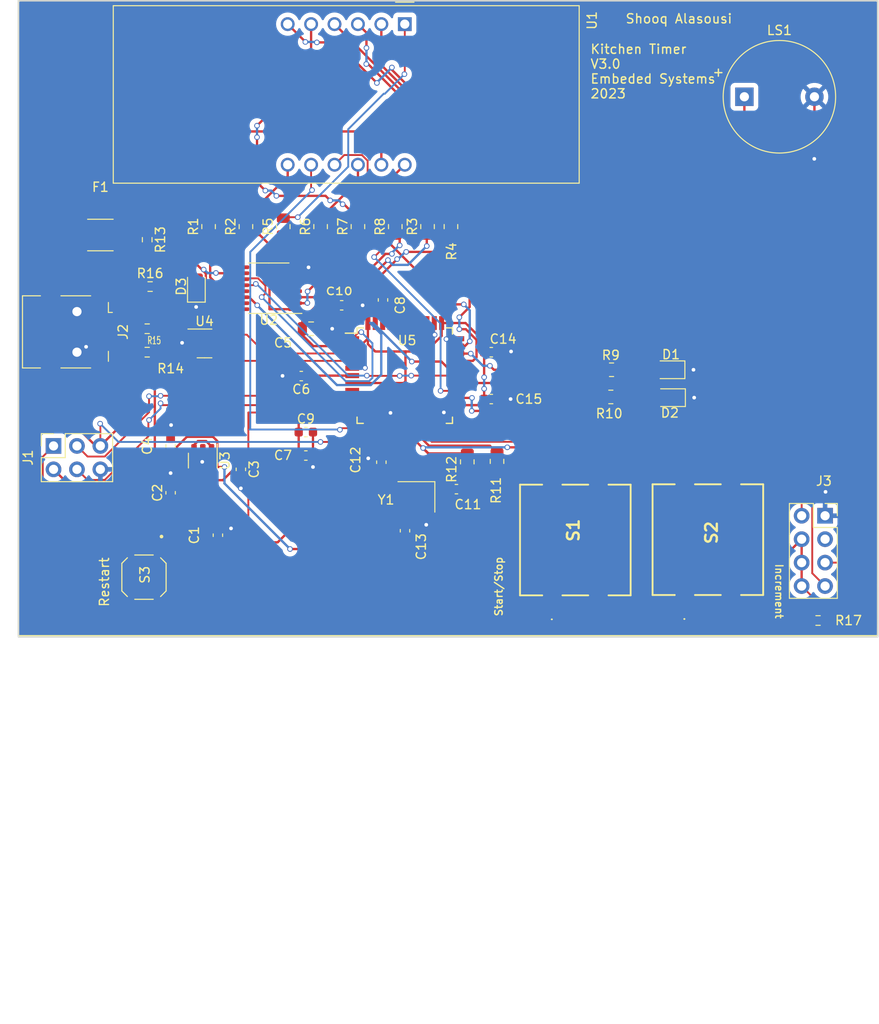
<source format=kicad_pcb>
(kicad_pcb (version 20221018) (generator pcbnew)
  (layers (0 "F.Cu" signal) (31 "B.Cu" signal) (34 "B.Paste" user) (35 "F.Paste" user) (36 "B.SilkS" user "B.Silkscreen") (37 "F.SilkS" user "F.Silkscreen") (38 "B.Mask" user) (39 "F.Mask" user) (44 "Edge.Cuts" user))
  (net 0 "")
  (net 1 "GND")
  (net 2 "Net-(D1-A)")
  (net 3 "Net-(D2-A)")
  (net 4 "Buzzer")
  (net 5 "Button_1")
  (net 6 "Button_2")
  (net 7 "RED_LED")
  (net 8 "GREEN_LED")
  (net 9 "a")
  (net 10 "Net-(U1-a)")
  (net 11 "b")
  (net 12 "Net-(U1-b)")
  (net 13 "c")
  (net 14 "Net-(U1-c)")
  (net 15 "d")
  (net 16 "Net-(U1-d)")
  (net 17 "e")
  (net 18 "Net-(U1-e)")
  (net 19 "f")
  (net 20 "Net-(U1-f)")
  (net 21 "g")
  (net 22 "Net-(U1-g)")
  (net 23 "dp")
  (net 24 "Net-(U1-DPX)")
  (net 25 "+5V")
  (net 26 "Dig4")
  (net 27 "Dig3")
  (net 28 "Dig2")
  (net 29 "Dig1")
  (net 31 "SH_CP")
  (net 32 "ST_CP")
  (net 33 "DS")
  (net 34 "Net-(U3-BP)")
  (net 35 "+3.3V")
  (net 36 "/UCAP")
  (net 37 "/AREF")
  (net 38 "XTAL1")
  (net 39 "XTAL2")
  (net 40 "Net-(D3-A)")
  (net 41 "Net-(J2-VBUS)")
  (net 42 "MISO")
  (net 43 "SCK")
  (net 44 "MOSI")
  (net 45 "RST")
  (net 46 "Net-(J2-D-)")
  (net 47 "Net-(J2-D+)")
  (net 49 "unconnected-(J2-Shield-Pad6)")
  (net 50 "TX")
  (net 52 "Net-(J3-Pin_5)")
  (net 53 "RX")
  (net 54 "USB_CONN_D+")
  (net 55 "USB_CONN_D-")
  (net 56 "USB_D+")
  (net 57 "USB_D-")
  (footprint "Resistor_SMD:R_0805_2012Metric" (layer "F.Cu") (at 152.2476 105.8164 -90)
    (fp_text reference "R11")
    (fp_text value "10k")
  )
  (footprint "Capacitor_SMD:C_0603_1608Metric" (layer "F.Cu") (at 131.5082 105.1814)
    (fp_text reference "C7")
    (fp_text value "0.1uF")
  )
  (footprint "LED_SMD:LED_0805_2012Metric" (layer "F.Cu") (at 170.9947 98.9076 180)
    (fp_text reference "D2")
    (fp_text value "LED")
  )
  (footprint "Resistor_SMD:R_0603_1608Metric" (layer "F.Cu") (at 187.071 123.063)
    (fp_text reference "R17")
    (fp_text value "10k")
  )
  (footprint "Connector_PinSocket_2.54mm:PinSocket_2x03_P2.54mm_Vertical" (layer "F.Cu") (at 104.14 104.14 90)
    (fp_text reference "J1")
    (fp_text value "AVR-ISP-6")
  )
  (footprint "Resistor_SMD:R_0603_1608Metric" (layer "F.Cu") (at 114.3 91.44)
    (fp_text reference "R15")
    (fp_text value "22")
  )
  (footprint "Capacitor_SMD:C_0603_1608Metric" (layer "F.Cu") (at 121.9708 113.8174 90)
    (fp_text reference "C1")
    (fp_text value "0.1u")
  )
  (footprint "Capacitor_SMD:C_0603_1608Metric" (layer "F.Cu") (at 142.2654 113.3348 -90)
    (fp_text reference "C13")
    (fp_text value "22p")
  )
  (footprint "Resistor_SMD:R_0603_1608Metric" (layer "F.Cu") (at 114.3 81.788 -90)
    (fp_text reference "R13")
    (fp_text value "1k")
  )
  (footprint "Resistor_SMD:R_0805_2012Metric" (layer "F.Cu") (at 129.06 80.3675 90)
    (fp_text reference "R5")
    (fp_text value "100")
  )
  (footprint "Capacitor_SMD:C_0603_1608Metric" (layer "F.Cu") (at 139.7 105.905 90)
    (fp_text reference "C12")
    (fp_text value "0.1uF")
  )
  (footprint "Capacitor_SMD:C_0603_1608Metric" (layer "F.Cu") (at 131.0132 96.5708 180)
    (fp_text reference "C6")
    (fp_text value "1uF")
  )
  (footprint "Package_SO:TSSOP-16_4.4x5mm_P0.65mm" (layer "F.Cu") (at 127.4826 87.0458 180)
    (fp_text reference "U2")
    (fp_text value "74HC595")
  )
  (footprint "Capacitor_SMD:C_0603_1608Metric" (layer "F.Cu") (at 147.8456 108.8272 180)
    (fp_text reference "C11")
    (fp_text value "22p")
  )
  (footprint "PTS125_SMD_Button:PTS125_SMD_Button" (layer "F.Cu") (at 160.742 114.338 90)
    (fp_text reference "S1")
    (fp_text value "PTS125SM43SMTR21M_LFS" hide)
  )
  (footprint "Capacitor_SMD:C_0603_1608Metric" (layer "F.Cu") (at 151.625 93.98)
    (fp_text reference "C14")
    (fp_text value "0.1uF")
  )
  (footprint "Resistor_SMD:R_0805_2012Metric" (layer "F.Cu") (at 144.71 80.3675 90)
    (fp_text reference "R3")
    (fp_text value "100")
  )
  (footprint "Capacitor_SMD:C_0603_1608Metric" (layer "F.Cu") (at 116.84 109.22 90)
    (fp_text reference "C2")
    (fp_text value "1uF")
  )
  (footprint "Package_QFP:TQFP-44_10x10mm_P0.8mm" (layer "F.Cu") (at 142.24 96.52)
    (fp_text reference "U5")
    (fp_text value "ATmega32U4-A")
  )
  (footprint "Resistor_SMD:R_0603_1608Metric" (layer "F.Cu") (at 114.617 86.868)
    (fp_text reference "R16")
    (fp_text value "22")
  )
  (footprint "Capacitor_SMD:C_0603_1608Metric" (layer "F.Cu") (at 116.84 104.14 90)
    (fp_text reference "C4")
    (fp_text value "2.2uF")
  )
  (footprint "LED_SMD:LED_0805_2012Metric" (layer "F.Cu") (at 119.634 86.868 90)
    (fp_text reference "D3")
    (fp_text value "LED")
  )
  (footprint "Resistor_SMD:R_0805_2012Metric" (layer "F.Cu") (at 125.01 80.3675 90)
    (fp_text reference "R2")
    (fp_text value "100")
  )
  (footprint "Crystal:Crystal_SMD_Abracon_ABM8G-4Pin_3.2x2.5mm" (layer "F.Cu") (at 143.5022 109.6654 180)
    (fp_text reference "Y1")
    (fp_text value "16MHz")
  )
  (footprint "PTS125_SMD_Button:PTS125_SMD_Button" (layer "F.Cu") (at 175.12 114.3 90)
    (fp_text reference "S2")
    (fp_text value "PTS125SM43SMTR21M_LFS" hide)
  )
  (footprint "Resistor_SMD:R_0603_1608Metric" (layer "F.Cu") (at 114.3 93.98 180)
    (fp_text reference "R14")
    (fp_text value "10k")
  )
  (footprint "PTS526_SMD_Button:PTS526_SMD_Button" (layer "F.Cu") (at 113.9505 118.364 -90)
    (fp_text reference "S3")
    (fp_text value "PTS526_SM08_SMTR2_LFS")
  )
  (footprint "Resistor_SMD:R_0805_2012Metric" (layer "F.Cu") (at 149.0218 105.8672 -90)
    (fp_text reference "R12")
    (fp_text value "10k")
  )
  (footprint "Capacitor_SMD:C_0603_1608Metric" (layer "F.Cu") (at 124.46 106.68 -90)
    (fp_text reference "C3")
    (fp_text value "10nF")
  )
  (footprint "Capacitor_SMD:C_0603_1608Metric" (layer "F.Cu") (at 139.8778 88.3158 90)
    (fp_text reference "C8")
    (fp_text value "0.1uF")
  )
  (footprint "Resistor_SMD:R_0805_2012Metric" (layer "F.Cu") (at 164.5939 98.8314)
    (fp_text reference "R10")
    (fp_text value "330")
  )
  (footprint "Connector_PinSocket_2.54mm:PinSocket_2x04_P2.54mm_Vertical" (layer "F.Cu") (at 187.833 111.7092)
    (fp_text reference "J3")
    (fp_text value "ESP_Conn")
  )
  (footprint "Resistor_SMD:R_0805_2012Metric" (layer "F.Cu") (at 141.21 80.3675 90)
    (fp_text reference "R8")
    (fp_text value "100")
  )
  (footprint "Resistor_SMD:R_0805_2012Metric" (layer "F.Cu") (at 137.16 80.3675 90)
    (fp_text reference "R7")
    (fp_text value "100")
  )
  (footprint "Capacitor_SMD:C_0603_1608Metric" (layer "F.Cu") (at 131.5082 102.6414)
    (fp_text reference "C9")
    (fp_text value "0.1uF")
  )
  (footprint "Capacitor_SMD:C_0603_1608Metric" (layer "F.Cu") (at 135.395 88.9)
    (fp_text reference "C10")
    (fp_text value "0.1uF")
  )
  (footprint "Resistor_SMD:R_0805_2012Metric" (layer "F.Cu") (at 120.96 80.3675 90)
    (fp_text reference "R1")
    (fp_text value "100")
  )
  (footprint "Capacitor_SMD:C_0603_1608Metric" (layer "F.Cu") (at 151.625 99.06)
    (fp_text reference "C15")
    (fp_text value "0.1uF")
  )
  (footprint "Display_7Segment:CA56-12EWA" (layer "F.Cu") (at 142.24 58.42 -90)
    (fp_text reference "U1")
    (fp_text value "CA56-12EWA")
  )
  (footprint "LED_SMD:LED_0805_2012Metric" (layer "F.Cu") (at 170.942 95.885 180)
    (fp_text reference "D1")
    (fp_text value "LED")
  )
  (footprint "Capacitor_SMD:C_0805_2012Metric" (layer "F.Cu") (at 132.08 91.44)
    (fp_text reference "C5")
    (fp_text value "10uF")
  )
  (footprint "Package_TO_SOT_SMD:SOT-23-5" (layer "F.Cu") (at 120.33 105.73 -90)
    (fp_text reference "U3")
    (fp_text value "LP2985-3.3")
  )
  (footprint "Package_TO_SOT_SMD:SOT-23-6" (layer "F.Cu") (at 120.5175 93.03)
    (fp_text reference "U4")
    (fp_text value "USBLC6-2SC6")
  )
  (footprint "Resistor_SMD:R_0805_2012Metric" (layer "F.Cu") (at 133.11 80.3675 90)
    (fp_text reference "R6")
    (fp_text value "100")
  )
  (footprint "Resistor_SMD:R_0805_2012Metric" (layer "F.Cu") (at 164.6701 95.885)
    (fp_text reference "R9")
    (fp_text value "330")
  )
  (footprint "Connector_USB:USB_Mini-B_Lumberg_2486_01_Horizontal" (layer "F.Cu") (at 106.68 91.78 -90)
    (fp_text reference "J2")
    (fp_text value "USB_B_Mini")
  )
  (footprint "Fuse:Fuse_1812_4532Metric" (layer "F.Cu") (at 109.22 81.28)
    (fp_text reference "F1")
    (fp_text value "PTCSMD")
  )
  (footprint "Buzzer_Beeper:Buzzer_12x9.5RM7.6" (layer "F.Cu") (at 179.08 66.294)
    (fp_text reference "LS1")
    (fp_text value "Speaker")
  )
  (footprint "Resistor_SMD:R_0805_2012Metric" (layer "F.Cu") (at 147.25 80.3675 90)
    (fp_text reference "R4")
    (fp_text value "100")
  )
  (gr_rect (start 100.33 55.88) (end 193.548 124.714) (stroke (width 0.15)) (fill none) (layer "F.SilkS"))
  (gr_rect (start 100.33 55.88) (end 193.548 124.841) (stroke (width 0.15)) (fill none) (layer "Edge.Cuts"))
  (gr_text "Restart" (at 110.236 121.666 90) (layer "F.SilkS") (effects (font (size 1 1)) (justify left bottom)))
  (gr_text "Kitchen Timer\nV3.0\nEmbeded Systems\n2023" (at 162.306 66.548) (layer "F.SilkS") (effects (font (size 1 1)) (justify left bottom)))
  (gr_text "Start/Stop" (at 152.908 122.682 90) (layer "F.SilkS") (effects (font (size 0.8 0.8)) (justify left bottom)))
  (gr_text "Increment" (at 182.372 116.84 -90) (layer "F.SilkS") (effects (font (size 0.8 0.8)) (justify left bottom)))
  (gr_text "Shooq Alasousi\n" (at 166.116 58.42) (layer "F.SilkS") (effects (font (size 1 1)) (justify left bottom)))
  (segment (start 148.6206 108.8272) (end 146.9324 110.5154) (width 0.25) (layer "F.Cu") (net 1))
  (segment (start 144.2022 110.5154) (end 144.6022 110.5154) (width 0.25) (layer "F.Cu") (net 1))
  (segment (start 144.6022 111.773) (end 144.6022 111.5568) (width 0.2) (layer "F.Cu") (net 1))
  (segment (start 144.6022 111.5568) (end 144.6022 112.6548) (width 0.25) (layer "F.Cu") (net 1))
  (segment (start 139.7 105.13) (end 138.6338 105.13) (width 0.25) (layer "F.Cu") (net 1))
  (segment (start 132.2832 105.1814) (end 132.2832 106.426) (width 0.25) (layer "F.Cu") (net 1))
  (segment (start 120.33 104.5925) (end 120.33 105.8062) (width 0.25) (layer "F.Cu") (net 1))
  (segment (start 187.833 109.1692) (end 187.8838 109.1184) (width 0.2) (layer "F.Cu") (net 1))
  (segment (start 145.44 90.8562) (end 145.415 90.8812) (width 0.25) (layer "F.Cu") (net 1))
  (segment (start 144.6022 112.6548) (end 144.569 112.688) (width 0.25) (layer "F.Cu") (net 1))
  (segment (start 171.8795 95.885) (end 173.5582 95.885) (width 0.25) (layer "F.Cu") (net 1))
  (segment (start 118.1506 93.03) (end 118.0846 92.964) (width 0.25) (layer "F.Cu") (net 1))
  (segment (start 131.7862 84.7708) (end 131.8006 84.7852) (width 0.25) (layer "F.Cu") (net 1))
  (segment (start 145.44 90.82) (end 145.44 90.8562) (width 0.25) (layer "F.Cu") (net 1))
  (segment (start 116.84 108.445) (end 116.84 107.0864) (width 0.25) (layer "F.Cu") (net 1))
  (segment (start 139.8778 87.5408) (end 137.5292 87.5408) (width 0.25) (layer "F.Cu") (net 1))
  (segment (start 147.94 92.52) (end 146.80248 92.52) (width 0.25) (layer "F.Cu") (net 1))
  (segment (start 146.80248 92.52) (end 146.757051 92.565429) (width 0.25) (layer "F.Cu") (net 1))
  (segment (start 107.6864 93.38) (end 107.6706 93.3958) (width 0.25) (layer "F.Cu") (net 1))
  (segment (start 138.6338 105.13) (end 138.2776 105.4862) (width 0.25) (layer "F.Cu") (net 1))
  (segment (start 119.634 87.8055) (end 119.634 89.0524) (width 0.25) (layer "F.Cu") (net 1))
  (segment (start 146.9324 110.5154) (end 144.6022 110.5154) (width 0.25) (layer "F.Cu") (net 1))
  (segment (start 132.2832 105.1814) (end 132.2832 105.3084) (width 0.25) (layer "F.Cu") (net 1))
  (segment (start 116.84 103.365) (end 116.84 101.9302) (width 0.25) (layer "F.Cu") (net 1))
  (segment (start 130.2382 96.5708) (end 129.0066 96.5708) (width 0.25) (layer "F.Cu") (net 1))
  (segment (start 149.0218 106.7797) (end 149.0218 108.426) (width 0.25) (layer "F.Cu") (net 1))
  (segment (start 153.6954 93.98) (end 153.7716 93.9038) (width 0.25) (layer "F.Cu") (net 1))
  (segment (start 124.46 107.455) (end 124.46 108.7374) (width 0.25) (layer "F.Cu") (net 1))
  (segment (start 130.3451 84.7708) (end 131.7862 84.7708) (width 0.25) (layer "F.Cu") (net 1))
  (segment (start 142.4022 108.8154) (end 142.5022 108.8154) (width 0.25) (layer "F.Cu") (net 1))
  (segment (start 140.64 100.6092) (end 140.6906 100.5586) (width 0.25) (layer "F.Cu") (net 1))
  (segment (start 116.84 101.9302) (end 116.8908 101.8794) (width 0.25) (layer "F.Cu") (net 1))
  (segment (start 152.2476 106.7289) (end 149.0726 106.7289) (width 0.25) (layer "F.Cu") (net 1))
  (segment (start 109.38 93.38) (end 107.6864 93.38) (width 0.25) (layer "F.Cu") (net 1))
  (segment (start 123.3548 113.0424) (end 123.3932 113.0808) (width 0.2) (layer "F.Cu") (net 1))
  (segment (start 140.64 102.22) (end 140.64 100.6092) (width 0.25) (layer "F.Cu") (net 1))
  (segment (start 147.94 100.52) (end 146.494 100.52) (width 0.25) (layer "F.Cu") (net 1))
  (segment (start 136.54 95.72) (end 137.8838 95.72) (width 0.25) (layer "F.Cu") (net 1))
  (segment (start 137.8838 95.72) (end 137.922 95.6818) (width 0.25) (layer "F.Cu") (net 1))
  (segment (start 132.2832 105.3084) (end 132.2832 102.6414) (width 0.25) (layer "F.Cu") (net 1))
  (segment (start 171.9322 98.9076) (end 173.6344 98.9076) (width 0.25) (layer "F.Cu") (net 1))
  (segment (start 119.634 89.0524) (end 119.6086 89.0778) (width 0.25) (layer "F.Cu") (net 1))
  (segment (start 142.2654 114.1098) (end 144.6022 111.773) (width 0.2) (layer "F.Cu") (net 1))
  (segment (start 142.5022 108.8154) (end 144.2022 110.5154) (width 0.25) (layer "F.Cu") (net 1))
  (segment (start 152.4 99.06) (end 153.7208 99.06) (width 0.25) (layer "F.Cu") (net 1))
  (segment (start 186.68 73.0096) (end 186.6646 73.025) (width 0.25) (layer "F.Cu") (net 1))
  (segment (start 136.17 88.9) (end 137.668 88.9) (width 0.25) (layer "F.Cu") (net 1))
  (segment (start 187.833 111.7092) (end 187.833 109.1692) (width 0.2) (layer "F.Cu") (net 1))
  (segment (start 137.5292 87.5408) (end 136.17 88.9) (width 0.25) (layer "F.Cu") (net 1))
  (segment (start 145.415 92.0242) (end 145.481411 92.090611) (width 0.25) (layer "F.Cu") (net 1))
  (segment (start 186.68 66.294) (end 186.68 73.0096) (width 0.25) (layer "F.Cu") (net 1))
  (segment (start 115.8005 115.364) (end 119.6492 115.364) (width 0.25) (layer "F.Cu") (net 1))
  (segment (start 144.6022 110.5154) (end 144.6022 111.5568) (width 0.25) (layer "F.Cu") (net 1))
  (segment (start 152.4 93.98) (end 153.6954 93.98) (width 0.25) (layer "F.Cu") (net 1))
  (segment (start 129.0066 96.5708) (end 128.9812 96.5454) (width 0.25) (layer "F.Cu") (net 1))
  (segment (start 119.6492 115.364) (end 121.9708 113.0424) (width 0.25) (layer "F.Cu") (net 1))
  (segment (start 133.03 91.44) (end 134.366 91.44) (width 0.25) (layer "F.Cu") (net 1))
  (segment (start 120.33 105.8062) (end 120.269 105.8672) (width 0.25) (layer "F.Cu") (net 1))
  (segment (start 119.38 93.03) (end 118.1506 93.03) (width 0.25) (layer "F.Cu") (net 1))
  (segment (start 149.0218 108.426) (end 148.6206 108.8272) (width 0.25) (layer "F.Cu") (net 1))
  (segment (start 149.0726 106.7289) (end 149.0218 106.7797) (width 0.25) (layer "F.Cu") (net 1))
  (segment (start 121.9708 113.0424) (end 123.3548 113.0424) (width 0.2) (layer "F.Cu") (net 1))
  (segment (start 146.494 100.52) (end 146.4818 100.5078) (width 0.25) (layer "F.Cu") (net 1))
  (segment (start 145.415 90.8812) (end 145.415 92.0242) (width 0.25) (layer "F.Cu") (net 1))
  (via (at 116.8908 101.8794) (size 0.6) (drill 0.4) (layers "F.Cu" "B.Cu") (net 1))
  (via (at 107.6706 93.3958) (size 0.6) (drill 0.4) (layers "F.Cu" "B.Cu") (net 1))
  (via (at 146.757051 92.565429) (size 0.6) (drill 0.4) (layers "F.Cu" "B.Cu") (net 1))
  (via (at 173.6344 98.9076) (size 0.6) (drill 0.4) (layers "F.Cu" "B.Cu") (net 1))
  (via (at 144.569 112.688) (size 0.6) (drill 0.4) (layers "F.Cu" "B.Cu") (net 1))
  (via (at 146.4818 100.5078) (size 0.6) (drill 0.4) (layers "F.Cu" "B.Cu") (net 1))
  (via (at 124.46 108.7374) (size 0.6) (drill 0.4) (layers "F.Cu" "B.Cu") (net 1))
  (via (at 132.2832 106.426) (size 0.6) (drill 0.4) (layers "F.Cu" "B.Cu") (net 1))
  (via (at 153.7208 99.06) (size 0.6) (drill 0.4) (layers "F.Cu" "B.Cu") (net 1))
  (via (at 134.366 91.44) (size 0.6) (drill 0.4) (layers "F.Cu" "B.Cu") (net 1))
  (via (at 138.2776 105.4862) (size 0.6) (drill 0.4) (layers "F.Cu" "B.Cu") (net 1))
  (via (at 137.668 88.9) (size 0.6) (drill 0.4) (layers "F.Cu" "B.Cu") (net 1))
  (via (at 137.922 95.6818) (size 0.6) (drill 0.4) (layers "F.Cu" "B.Cu") (net 1))
  (via (at 123.3932 113.0808) (size 0.6) (drill 0.4) (layers "F.Cu" "B.Cu") (net 1))
  (via (at 187.8838 109.1184) (size 0.6) (drill 0.4) (layers "F.Cu" "B.Cu") (net 1))
  (via (at 120.269 105.8672) (size 0.6) (drill 0.4) (layers "F.Cu" "B.Cu") (net 1))
  (via (at 173.5582 95.885) (size 0.6) (drill 0.4) (layers "F.Cu" "B.Cu") (net 1))
  (via (at 119.6086 89.0778) (size 0.6) (drill 0.4) (layers "F.Cu" "B.Cu") (net 1))
  (via (at 145.481411 92.090611) (size 0.6) (drill 0.4) (layers "F.Cu" "B.Cu") (net 1))
  (via (at 116.84 107.0864) (size 0.6) (drill 0.4) (layers "F.Cu" "B.Cu") (net 1))
  (via (at 186.6646 73.025) (size 0.6) (drill 0.4) (layers "F.Cu" "B.Cu") (net 1))
  (via (at 140.6906 100.5586) (size 0.6) (drill 0.4) (layers "F.Cu" "B.Cu") (net 1))
  (via (at 118.0846 92.964) (size 0.6) (drill 0.4) (layers "F.Cu" "B.Cu") (net 1))
  (via (at 153.7716 93.9038) (size 0.6) (drill 0.4) (layers "F.Cu" "B.Cu") (net 1))
  (via (at 128.9812 96.5454) (size 0.6) (drill 0.4) (layers "F.Cu" "B.Cu") (net 1))
  (via (at 131.8006 84.7852) (size 0.6) (drill 0.4) (layers "F.Cu" "B.Cu") (net 1))
  (segment (start 165.5826 95.885) (end 170.0045 95.885) (width 0.25) (layer "F.Cu") (net 2))
  (segment (start 165.5064 98.8314) (end 169.981 98.8314) (width 0.25) (layer "F.Cu") (net 3))
  (segment (start 169.981 98.8314) (end 170.0572 98.9076) (width 0.25) (layer "F.Cu") (net 3))
  (segment (start 179.08 97.32) (end 179.08 66.294) (width 0.25) (layer "F.Cu") (net 4))
  (segment (start 147.94 97.32) (end 179.08 97.32) (width 0.25) (layer "F.Cu") (net 4))
  (segment (start 144.8588 104.1172) (end 143.9672 103.2256) (width 0.25) (layer "F.Cu") (net 5))
  (segment (start 154.4937 107.15) (end 152.2476 104.9039) (width 0.25) (layer "F.Cu") (net 5))
  (segment (start 151.4609 104.1172) (end 144.8588 104.1172) (width 0.25) (layer "F.Cu") (net 5))
  (segment (start 143.9672 103.2256) (end 143.9672 102.997) (width 0.25) (layer "F.Cu") (net 5))
  (segment (start 152.2476 104.9039) (end 151.4609 104.1172) (width 0.25) (layer "F.Cu") (net 5))
  (segment (start 157.52 107.15) (end 154.4937 107.15) (width 0.25) (layer "F.Cu") (net 5))
  (segment (start 144.813122 104.9547) (end 149.0218 104.9547) (width 0.25) (layer "F.Cu") (net 6))
  (segment (start 149.0218 104.9547) (end 144.7747 104.9547) (width 0.25) (layer "F.Cu") (net 6))
  (segment (start 144.229627 104.371205) (end 144.813122 104.9547) (width 0.25) (layer "F.Cu") (net 6))
  (segment (start 169.7617 104.2917) (end 153.360518 104.2917) (width 0.25) (layer "F.Cu") (net 6))
  (segment (start 172.62 107.15) (end 169.7617 104.2917) (width 0.25) (layer "F.Cu") (net 6))
  (segment (start 144.7747 104.9547) (end 143.04 103.22) (width 0.25) (layer "F.Cu") (net 6))
  (segment (start 143.04 103.22) (end 143.04 102.22) (width 0.25) (layer "F.Cu") (net 6))
  (via (at 153.360518 104.2917) (size 0.6) (drill 0.4) (layers "F.Cu" "B.Cu") (net 6))
  (via (at 144.229627 104.371205) (size 0.6) (drill 0.4) (layers "F.Cu" "B.Cu") (net 6))
  (segment (start 144.309132 104.2917) (end 144.229627 104.371205) (width 0.25) (layer "B.Cu") (net 6))
  (segment (start 153.360518 104.2917) (end 144.309132 104.2917) (width 0.25) (layer "B.Cu") (net 6))
  (segment (start 163.7576 95.885) (end 151.9063 95.885) (width 0.25) (layer "F.Cu") (net 7))
  (segment (start 151.9063 95.885) (end 151.4745 95.4532) (width 0.25) (layer "F.Cu") (net 7))
  (segment (start 149.399902 94.1324) (end 147.9524 94.1324) (width 0.25) (layer "F.Cu") (net 7))
  (segment (start 147.9524 94.1324) (end 147.94 94.12) (width 0.25) (layer "F.Cu") (net 7))
  (via (at 151.4745 95.4532) (size 0.6) (drill 0.4) (layers "F.Cu" "B.Cu") (net 7))
  (via (at 149.399902 94.1324) (size 0.6) (drill 0.4) (layers "F.Cu" "B.Cu") (net 7))
  (segment (start 150.720702 95.4532) (end 149.399902 94.1324) (width 0.25) (layer "B.Cu") (net 7))
  (segment (start 151.4745 95.4532) (end 150.720702 95.4532) (width 0.25) (layer "B.Cu") (net 7))
  (segment (start 162.1683 100.3445) (end 149.5044 100.3445) (width 0.25) (layer "F.Cu") (net 8))
  (segment (start 149.5298 98.933) (end 147.953 98.933) (width 0.25) (layer "F.Cu") (net 8))
  (segment (start 163.6814 98.8314) (end 162.1683 100.3445) (width 0.25) (layer "F.Cu") (net 8))
  (segment (start 147.953 98.933) (end 147.94 98.92) (width 0.25) (layer "F.Cu") (net 8))
  (via (at 149.5298 98.933) (size 0.6) (drill 0.4) (layers "F.Cu" "B.Cu") (net 8))
  (via (at 149.5044 100.3445) (size 0.6) (drill 0.4) (layers "F.Cu" "B.Cu") (net 8))
  (segment (start 149.5044 98.9584) (end 149.5298 98.933) (width 0.25) (layer "B.Cu") (net 8))
  (segment (start 149.5044 100.3445) (end 149.5044 98.9584) (width 0.25) (layer "B.Cu") (net 8))
  (segment (start 121.1326 81.4526) (end 120.96 81.28) (width 0.25) (layer "F.Cu") (net 9))
  (segment (start 123.931559 88.6708) (end 121.1326 85.871841) (width 0.25) (layer "F.Cu") (net 9))
  (segment (start 124.6201 88.6708) (end 123.931559 88.6708) (width 0.25) (layer "F.Cu") (net 9))
  (segment (start 121.1326 85.871841) (end 121.1326 81.4526) (width 0.25) (layer "F.Cu") (net 9))
  (segment (start 120.96 71.3688) (end 120.96 79.455) (width 0.25) (layer "F.Cu") (net 10))
  (segment (start 139.6492 70.0532) (end 122.2756 70.0532) (width 0.25) (layer "F.Cu") (net 10))
  (segment (start 139.7 73.66) (end 139.7 70.104) (width 0.25) (layer "F.Cu") (net 10))
  (segment (start 122.2756 70.0532) (end 120.96 71.3688) (width 0.25) (layer "F.Cu") (net 10))
  (segment (start 139.7 70.104) (end 139.6492 70.0532) (width 0.25) (layer "F.Cu") (net 10))
  (segment (start 127.566 89.3208) (end 127.566 82.3286) (width 0.25) (layer "F.Cu") (net 11))
  (segment (start 126.5174 81.28) (end 125.01 81.28) (width 0.25) (layer "F.Cu") (net 11))
  (segment (start 127.566 82.3286) (end 126.5174 81.28) (width 0.25) (layer "F.Cu") (net 11))
  (segment (start 130.3451 89.3208) (end 127.566 89.3208) (width 0.25) (layer "F.Cu") (net 11))
  (segment (start 129.54 73.66) (end 129.54 74.925) (width 0.25) (layer "F.Cu") (net 12))
  (segment (start 129.54 74.925) (end 125.01 79.455) (width 0.25) (layer "F.Cu") (net 12))
  (segment (start 130.3451 88.6708) (end 131.6481 88.6708) (width 0.25) (layer "F.Cu") (net 13))
  (segment (start 144.6276 81.3624) (end 144.71 81.28) (width 0.25) (layer "F.Cu") (net 13))
  (segment (start 131.6481 88.6708) (end 131.6736 88.6453) (width 0.25) (layer "F.Cu") (net 13))
  (segment (start 131.699 87.3963) (end 132.4545 86.6408) (width 0.25) (layer "F.Cu") (net 13))
  (segment (start 137.776431 86.6408) (end 140.415315 84.001916) (width 0.25) (layer "F.Cu") (net 13))
  (segment (start 144.6276 82.4738) (end 144.6276 81.3624) (width 0.25) (layer "F.Cu") (net 13))
  (segment (start 132.4545 86.6408) (end 137.776431 86.6408) (width 0.25) (layer "F.Cu") (net 13))
  (via (at 131.699 87.3963) (size 0.6) (drill 0.4) (layers "F.Cu" "B.Cu") (net 13))
  (via (at 140.415315 84.001916) (size 0.6) (drill 0.4) (layers "F.Cu" "B.Cu") (net 13))
  (via (at 131.6736 88.6453) (size 0.6) (drill 0.4) (layers "F.Cu" "B.Cu") (net 13))
  (via (at 144.6276 82.4738) (size 0.6) (drill 0.4) (layers "F.Cu" "B.Cu") (net 13))
  (segment (start 140.928029 84.51463) (end 142.58677 84.51463) (width 0.25) (layer "B.Cu") (net 13))
  (segment (start 142.58677 84.51463) (end 144.6276 82.4738) (width 0.25) (layer "B.Cu") (net 13))
  (segment (start 131.6736 87.4217) (end 131.699 87.3963) (width 0.25) (layer "B.Cu") (net 13))
  (segment (start 131.6736 88.6453) (end 131.6736 87.4217) (width 0.25) (layer "B.Cu") (net 13))
  (segment (start 140.415315 84.001916) (end 140.928029 84.51463) (width 0.25) (layer "B.Cu") (net 13))
  (segment (start 144.71 68.51) (end 144.71 79.455) (width 0.25) (layer "F.Cu") (net 14))
  (segment (start 134.62 58.42) (end 144.71 68.51) (width 0.25) (layer "F.Cu") (net 14))
  (segment (start 137.342804 87.0908) (end 138.209609 87.0908) (width 0.25) (layer "F.Cu") (net 15))
  (segment (start 142.394353 83.106847) (end 145.423153 83.106847) (width 0.25) (layer "F.Cu") (net 15))
  (segment (start 130.3451 88.0208) (end 136.412804 88.0208) (width 0.25) (layer "F.Cu") (net 15))
  (segment (start 138.209609 87.0908) (end 141.410779 83.88963) (width 0.25) (layer "F.Cu") (net 15))
  (segment (start 136.412804 88.0208) (end 137.342804 87.0908) (width 0.25) (layer "F.Cu") (net 15))
  (segment (start 145.423153 83.106847) (end 147.25 81.28) (width 0.25) (layer "F.Cu") (net 15))
  (via (at 142.394353 83.106847) (size 0.6) (drill 0.4) (layers "F.Cu" "B.Cu") (net 15))
  (via (at 141.410779 83.88963) (size 0.6) (drill 0.4) (layers "F.Cu" "B.Cu") (net 15))
  (segment (start 142.1892 83.2104) (end 142.2908 83.2104) (width 0.25) (layer "B.Cu") (net 15))
  (segment (start 141.410779 83.88963) (end 141.50997 83.88963) (width 0.25) (layer "B.Cu") (net 15))
  (segment (start 141.50997 83.88963) (end 142.1892 83.2104) (width 0.25) (layer "B.Cu") (net 15))
  (segment (start 142.2908 83.2104) (end 142.394353 83.106847) (width 0.25) (layer "B.Cu") (net 15))
  (segment (start 139.7 58.42) (end 139.7 62.863604) (width 0.25) (layer "F.Cu") (net 16))
  (segment (start 145.16 77.365) (end 147.25 79.455) (width 0.25) (layer "F.Cu") (net 16))
  (segment (start 145.16 68.323604) (end 145.16 77.365) (width 0.25) (layer "F.Cu") (net 16))
  (segment (start 139.7 62.863604) (end 145.16 68.323604) (width 0.25) (layer "F.Cu") (net 16))
  (segment (start 130.3451 87.3708) (end 128.072 87.3708) (width 0.25) (layer "F.Cu") (net 17))
  (segment (start 128.016 87.4268) (end 128.016 82.324) (width 0.25) (layer "F.Cu") (net 17))
  (segment (start 128.016 82.324) (end 129.06 81.28) (width 0.25) (layer "F.Cu") (net 17))
  (segment (start 142.24 58.42) (end 142.24 63.8048) (width 0.2) (layer "F.Cu") (net 18))
  (segment (start 129.1654 79.3496) (end 129.06 79.455) (width 0.2) (layer "F.Cu") (net 18))
  (segment (start 142.24 63.8048) (end 142.200385 63.844415) (width 0.2) (layer "F.Cu") (net 18))
  (segment (start 130.6322 79.3496) (end 129.1654 79.3496) (width 0.2) (layer "F.Cu") (net 18))
  (via (at 130.6322 79.3496) (size 0.6) (drill 0.4) (layers "F.Cu" "B.Cu") (net 18))
  (via (at 142.200385 63.844415) (size 0.6) (drill 0.4) (layers "F.Cu" "B.Cu") (net 18))
  (segment (start 139.954 65.9638) (end 136.11 69.8078) (width 0.2) (layer "B.Cu") (net 18))
  (segment (start 140.081 65.9638) (end 139.954 65.9638) (width 0.2) (layer "B.Cu") (net 18))
  (segment (start 136.11 69.8078) (end 136.11 73.8718) (width 0.2) (layer "B.Cu") (net 18))
  (segment (start 136.11 73.8718) (end 130.6322 79.3496) (width 0.2) (layer "B.Cu") (net 18))
  (segment (start 142.200385 63.844415) (end 140.081 65.9638) (width 0.2) (layer "B.Cu") (net 18))
  (segment (start 128.4732 86.7208) (end 128.4732 84.074) (width 0.25) (layer "F.Cu") (net 19))
  (segment (start 131.2672 81.28) (end 133.11 81.28) (width 0.25) (layer "F.Cu") (net 19))
  (segment (start 130.3451 86.7208) (end 128.4732 86.7208) (width 0.25) (layer "F.Cu") (net 19))
  (segment (start 128.4732 84.074) (end 131.2672 81.28) (width 0.25) (layer "F.Cu") (net 19))
  (segment (start 137.16 75.405) (end 133.11 79.455) (width 0.25) (layer "F.Cu") (net 20))
  (segment (start 137.16 73.66) (end 137.16 75.405) (width 0.25) (layer "F.Cu") (net 20))
  (segment (start 136.3218 82.1182) (end 137.16 81.28) (width 0.25) (layer "F.Cu") (net 21))
  (segment (start 131.6228 82.1182) (end 136.3218 82.1182) (width 0.25) (layer "F.Cu") (net 21))
  (segment (start 129.2826 84.4584) (end 131.6228 82.1182) (width 0.25) (layer "F.Cu") (net 21))
  (segment (start 130.3451 86.0708) (end 129.656559 86.0708) (width 0.25) (layer "F.Cu") (net 21))
  (segment (start 129.2826 85.696841) (end 129.2826 84.4584) (width 0.25) (layer "F.Cu") (net 21))
  (segment (start 129.656559 86.0708) (end 129.2826 85.696841) (width 0.25) (layer "F.Cu") (net 21))
  (segment (start 132.08 58.42) (end 132.08 63.627) (width 0.25) (layer "F.Cu") (net 22))
  (segment (start 135.650889 77.945889) (end 137.16 79.455) (width 0.25) (layer "F.Cu") (net 22))
  (segment (start 126.2126 70.6777) (end 126.2126 75.565) (width 0.25) (layer "F.Cu") (net 22))
  (segment (start 128.2551 67.3862) (end 126.2126 69.4287) (width 0.25) (layer "F.Cu") (net 22))
  (segment (start 126.2126 75.565) (end 127.114711 76.467111) (width 0.25) (layer "F.Cu") (net 22))
  (segment (start 135.502289 77.945889) (end 135.650889 77.945889) (width 0.25) (layer "F.Cu") (net 22))
  (segment (start 132.08 63.627) (end 128.3208 67.3862) (width 0.25) (layer "F.Cu") (net 22))
  (segment (start 128.315389 77.032789) (end 133.649389 77.032789) (width 0.25) (layer "F.Cu") (net 22))
  (segment (start 128.3208 67.3862) (end 128.2551 67.3862) (width 0.25) (layer "F.Cu") (net 22))
  (segment (start 133.649389 77.032789) (end 134.149211 77.532611) (width 0.25) (layer "F.Cu") (net 22))
  (via (at 134.149211 77.532611) (size 0.6) (drill 0.4) (layers "F.Cu" "B.Cu") (net 22))
  (via (at 127.114711 76.467111) (size 0.6) (drill 0.4) (layers "F.Cu" "B.Cu") (net 22))
  (via (at 126.2126 69.4287) (size 0.6) (drill 0.4) (layers "F.Cu" "B.Cu") (net 22))
  (via (at 128.315389 77.032789) (size 0.6) (drill 0.4) (layers "F.Cu" "B.Cu") (net 22))
  (via (at 126.2126 70.6777) (size 0.6) (drill 0.4) (layers "F.Cu" "B.Cu") (net 22))
  (via (at 135.502289 77.945889) (size 0.6) (drill 0.4) (layers "F.Cu" "B.Cu") (net 22))
  (segment (start 127.114711 76.467111) (end 127.749711 76.467111) (width 0.25) (layer "B.Cu") (net 22))
  (segment (start 134.149211 77.532611) (end 135.089011 77.532611) (width 0.25) (layer "B.Cu") (net 22))
  (segment (start 126.2126 69.4287) (end 126.2126 70.6777) (width 0.25) (layer "B.Cu") (net 22))
  (segment (start 127.749711 76.467111) (end 128.315389 77.032789) (width 0.25) (layer "B.Cu") (net 22))
  (segment (start 135.089011 77.532611) (end 135.502289 77.945889) (width 0.25) (layer "B.Cu") (net 22))
  (segment (start 140.149688 83.324295) (end 140.845446 83.324295) (width 0.25) (layer "F.Cu") (net 23))
  (segment (start 141.687999 81.757999) (end 141.21 81.28) (width 0.25) (layer "F.Cu") (net 23))
  (segment (start 138.053183 85.4208) (end 140.149688 83.324295) (width 0.25) (layer "F.Cu") (net 23))
  (segment (start 130.3451 85.4208) (end 138.053183 85.4208) (width 0.25) (layer "F.Cu") (net 23))
  (segment (start 141.687999 82.400494) (end 141.687999 81.757999) (width 0.25) (layer "F.Cu") (net 23))
  (via (at 141.687999 82.400494) (size 0.6) (drill 0.4) (layers "F.Cu" "B.Cu") (net 23))
  (via (at 140.845446 83.324295) (size 0.6) (drill 0.4) (layers "F.Cu" "B.Cu") (net 23))
  (segment (start 141.5288 82.5246) (end 141.563893 82.5246) (width 0.25) (layer "B.Cu") (net 23))
  (segment (start 140.845446 83.324295) (end 140.845446 83.207954) (width 0.25) (layer "B.Cu") (net 23))
  (segment (start 141.563893 82.5246) (end 141.687999 82.400494) (width 0.25) (layer "B.Cu") (net 23))
  (segment (start 140.845446 83.207954) (end 141.5288 82.5246) (width 0.25) (layer "B.Cu") (net 23))
  (segment (start 144.26 68.7458) (end 144.26 76.405) (width 0.25) (layer "F.Cu") (net 24))
  (segment (start 138.084189 59.344189) (end 138.084189 61.001011) (width 0.25) (layer "F.Cu") (net 24))
  (segment (start 137.16 58.42) (end 138.084189 59.344189) (width 0.25) (layer "F.Cu") (net 24))
  (segment (start 138.064611 62.747789) (end 138.261989 62.747789) (width 0.25) (layer "F.Cu") (net 24))
  (segment (start 138.261989 62.747789) (end 144.26 68.7458) (width 0.25) (layer "F.Cu") (net 24))
  (segment (start 144.26 76.405) (end 141.21 79.455) (width 0.25) (layer "F.Cu") (net 24))
  (via (at 138.084189 61.001011) (size 0.6) (drill 0.4) (layers "F.Cu" "B.Cu") (net 24))
  (via (at 138.064611 62.747789) (size 0.6) (drill 0.4) (layers "F.Cu" "B.Cu") (net 24))
  (segment (start 138.084189 61.001011) (end 138.084189 62.728211) (width 0.25) (layer "B.Cu") (net 24))
  (segment (start 138.084189 62.728211) (end 138.064611 62.747789) (width 0.25) (layer "B.Cu") (net 24))
  (segment (start 117.326783 106.6546) (end 117.64 106.6546) (width 0.25) (layer "F.Cu") (net 25))
  (segment (start 121.28 104.5925) (end 121.28 104.208249) (width 0.25) (layer "F.Cu") (net 25))
  (segment (start 146.24 90.82) (end 146.24 92.2152) (width 0.25) (layer "F.Cu") (net 25))
  (segment (start 121.655 93.03) (end 120.7618 93.03) (width 0.25) (layer "F.Cu") (net 25))
  (segment (start 117.64 109.195) (end 116.84 109.995) (width 0.25) (layer "F.Cu") (net 25))
  (segment (start 120.3675 93.4243) (end 120.3675 94.326751) (width 0.25) (layer "F.Cu") (net 25))
  (segment (start 119.38 104.5925) (end 117.64 106.3325) (width 0.25) (layer "F.Cu") (net 25))
  (segment (start 120.3675 94.326751) (end 120.089251 94.605) (width 0.25) (layer "F.Cu") (net 25))
  (segment (start 124.6201 89.3208) (end 123.931559 89.3208) (width 0.25) (layer "F.Cu") (net 25))
  (segment (start 119.38 104.0384) (end 119.38 104.5925) (width 0.25) (layer "F.Cu") (net 25))
  (segment (start 139.7 106.68) (end 139.329 107.051) (width 0.25) (layer "F.Cu") (net 25))
  (segment (start 114.3 80.963) (end 116.170834 80.963) (width 0.25) (layer "F.Cu") (net 25))
  (segment (start 139.84 104.017183) (end 140.6652 104.842383) (width 0.25) (layer "F.Cu") (net 25))
  (segment (start 120.659 93.1328) (end 120.7618 93.03) (width 0.25) (layer "F.Cu") (net 25))
  (segment (start 177.62 121.45) (end 177.62 123.878) (width 0.25) (layer "F.Cu") (net 25))
  (segment (start 117.64 106.6546) (end 117.64 109.195) (width 0.25) (layer "F.Cu") (net 25))
  (segment (start 115.75 94.605) (end 115.125 93.98) (width 0.25) (layer "F.Cu") (net 25))
  (segment (start 120.659 85.451166) (end 120.659 89.3572) (width 0.25) (layer "F.Cu") (net 25))
  (segment (start 177.62 123.878) (end 177.546 123.952) (width 0.25) (layer "F.Cu") (net 25))
  (segment (start 142.3162 93.9038) (end 139.0396 93.9038) (width 0.25) (layer "F.Cu") (net 25))
  (segment (start 139.0396 93.9038) (end 138.24 93.1042) (width 0.25) (layer "F.Cu") (net 25))
  (segment (start 150.85 93.98) (end 150.85 96.6949) (width 0.25) (layer "F.Cu") (net 25))
  (segment (start 123.931559 89.3208) (end 123.895159 89.3572) (width 0.25) (layer "F.Cu") (net 25))
  (segment (start 142.3162 97.1296) (end 142.3162 93.9038) (width 0.25) (layer "F.Cu") (net 25))
  (segment (start 114.3 80.963) (end 111.6745 80.963) (width 0.25) (layer "F.Cu") (net 25))
  (segment (start 130.81 101.0666) (end 130.8634 101.12) (width 0.25) (layer "F.Cu") (net 25))
  (segment (start 120.089251 94.605) (end 115.75 94.605) (width 0.25) (layer "F.Cu") (net 25))
  (segment (start 144.5514 93.9038) (end 142.3162 93.9038) (width 0.25) (layer "F.Cu") (net 25))
  (segment (start 150.8506 99.0594) (end 150.85 99.06) (width 0.25) (layer "F.Cu") (net 25))
  (segment (start 138.24 90.82) (end 138.24 92.495) (width 0.25) (layer "F.Cu") (net 25))
  (segment (start 162.48 123.952) (end 131.572 123.952) (width 0.25) (layer "F.Cu") (net 25))
  (segment (start 135.9916 107.051) (end 128.4502 114.5924) (width 0.25) (layer "F.Cu") (net 25))
  (segment (start 111.6745 80.963) (end 111.3575 81.28) (width 0.25) (layer "F.Cu") (net 25))
  (segment (start 137.415 93.32) (end 136.54 93.32) (width 0.25) (layer "F.Cu") (net 25))
  (segment (start 147.94 99.72) (end 150.19 99.72) (width 0.25) (layer "F.Cu") (net 25))
  (segment (start 132.3344 93.32) (end 131.13 92.1156) (width 0.25) (layer "F.Cu") (net 25))
  (segment (start 150.19 99.72) (end 150.85 99.06) (width 0.25) (layer "F.Cu") (net 25))
  (segment (start 119.8134 103.605) (end 119.38 104.0384) (width 0.25) (layer "F.Cu") (net 25))
  (segment (start 120.676751 103.605) (end 119.8134 103.605) (width 0.25) (layer "F.Cu") (net 25))
  (segment (start 115.125 104.452817) (end 117.326783 106.6546) (width 0.25) (layer "F.Cu") (net 25))
  (segment (start 140.6652 105.7148) (end 139.7 106.68) (width 0.25) (layer "F.Cu") (net 25))
  (segment (start 140.6652 104.842383) (end 140.6652 105.7148) (width 0.25) (layer "F.Cu") (net 25))
  (segment (start 141.5416 97.32) (end 141.9606 97.32) (width 0.25) (layer "F.Cu") (net 25))
  (segment (start 130.7332 101.1434) (end 130.81 101.0666) (width 0.25) (layer "F.Cu") (net 25))
  (segment (start 138.24 93.1042) (end 138.24 92.495) (width 0.25) (layer "F.Cu") (net 25))
  (segment (start 142.1258 97.32) (end 142.3162 97.1296) (width 0.25) (layer "F.Cu") (net 25))
  (segment (start 162.52 123.912) (end 162.48 123.952) (width 0.25) (layer "F.Cu") (net 25))
  (segment (start 138.24 92.495) (end 137.415 93.32) (width 0.25) (layer "F.Cu") (net 25))
  (segment (start 117.64 106.3325) (end 117.64 106.6546) (width 0.25) (layer "F.Cu") (net 25))
  (segment (start 136.54 93.32) (end 132.3344 93.32) (width 0.25) (layer "F.Cu") (net 25))
  (segment (start 121.9708 114.3508) (end 121.9708 114.5924) (width 0.25) (layer "F.Cu") (net 25))
  (segment (start 146.24 92.2152) (end 144.5514 93.9038) (width 0.25) (layer "F.Cu") (net 25))
  (segment (start 120.659 89.3572) (end 120.659 93.1328) (width 0.25) (layer "F.Cu") (net 25))
  (segment (start 148.8336 90.82) (end 150.85 92.8364) (width 0.25) (layer "F.Cu") (net 25))
  (segment (start 107.455 109.995) (end 116.84 109.995) (width 0.25) (layer "F.Cu") (net 25))
  (segment (start 132.6896 88.9) (end 134.62 88.9) (width 0.25) (layer "F.Cu") (net 25))
  (segment (start 130.7332 105.1814) (end 130.7332 102.6414) (width 0.25) (layer "F.Cu") (net 25))
  (segment (start 131.13 90.4596) (end 132.6896 88.9) (width 0.25) (layer "F.Cu") (net 25))
  (segment (start 124.6201 85.4208) (end 121.7831 85.4208) (width 0.25) (layer "F.Cu") (net 25))
  (segment (start 146.24 90.82) (end 148.8336 90.82) (width 0.25) (layer "F.Cu") (net 25))
  (segment (start 131.572 123.952) (end 121.9708 114.3508) (width 0.25) (layer "F.Cu") (net 25))
  (segment (start 139.84 102.22) (end 139.84 104.017183) (width 0.25) (layer "F.Cu") (net 25))
  (segment (start 123.895159 89.3572) (end 120.659 89.3572) (width 0.25) (layer "F.Cu") (net 25))
  (segment (start 162.52 121.45) (end 162.52 123.912) (width 0.25) (layer "F.Cu") (net 25))
  (segment (start 132.024316 107.051) (end 130.7332 105.759884) (width 0.25) (layer "F.Cu") (net 25))
  (segment (start 177.546 123.952) (end 162.56 123.952) (width 0.25) (layer "F.Cu") (net 25))
  (segment (start 121.7831 85.4208) (end 121.7571 85.3948) (width 0.25) (layer "F.Cu") (net 25))
  (segment (start 130.7332 102.6414) (end 130.7332 101.1434) (width 0.25) (layer "F.Cu") (net 25))
  (segment (start 150.85 96.6949) (end 150.8506 96.6955) (width 0.25) (layer "F.Cu") (net 25))
  (segment (start 120.7618 93.03) (end 120.3675 93.4243) (width 0.25) (layer "F.Cu") (net 25))
  (segment (start 116.170834 80.963) (end 120.659 85.451166) (width 0.25) (layer "F.Cu") (net 25))
  (segment (start 137.7416 101.12) (end 141.5416 97.32) (width 0.25) (layer "F.Cu") (net 25))
  (segment (start 136.54 97.32) (end 141.9606 97.32) (width 0.25) (layer "F.Cu") (net 25))
  (segment (start 104.14 106.68) (end 107.455 109.995) (width 0.25) (layer "F.Cu") (net 25))
  (segment (start 128.4502 114.5924) (end 121.9708 114.5924) (width 0.25) (layer "F.Cu") (net 25))
  (segment (start 131.13 91.44) (end 131.13 90.4596) (width 0.25) (layer "F.Cu") (net 25))
  (segment (start 150.85 92.8364) (end 150.85 93.98) (width 0.25) (layer "F.Cu") (net 25))
  (segment (start 130.7332 105.759884) (end 130.7332 105.1814) (width 0.25) (layer "F.Cu") (net 25))
  (segment (start 150.8506 97.9445) (end 150.8506 99.0594) (width 0.25) (layer "F.Cu") (net 25))
  (segment (start 141.9606 97.32) (end 142.1258 97.32) (width 0.25) (layer "F.Cu") (net 25))
  (segment (start 115.125 93.98) (end 115.125 104.452817) (width 0.25) (layer "F.Cu") (net 25))
  (segment (start 139.329 107.051) (end 135.9916 107.051) (width 0.25) (layer "F.Cu") (net 25))
  (segment (start 121.28 104.208249) (end 120.676751 103.605) (width 0.25) (layer "F.Cu") (net 25))
  (segment (start 130.8634 101.12) (end 137.7416 101.12) (width 0.25) (layer "F.Cu") (net 25))
  (segment (start 135.9916 107.051) (end 132.024316 107.051) (width 0.25) (layer "F.Cu") (net 25))
  (segment (start 131.13 92.1156) (end 131.13 91.44) (width 0.25) (layer "F.Cu") (net 25))
  (via (at 121.7571 85.3948) (size 0.6) (drill 0.4) (layers "F.Cu" "B.Cu") (net 25))
  (via (at 150.8506 97.9445) (size 0.6) (drill 0.4) (layers "F.Cu" "B.Cu") (net 25))
  (via (at 120.42451 85.022904) (size 0.6) (drill 0.4) (layers "F.Cu" "B.Cu") (net 25))
  (via (at 150.8506 96.6955) (size 0.6) (drill 0.4) (layers "F.Cu" "B.Cu") (net 25))
  (segment (start 121.7571 85.3948) (end 120.904 85.3948) (width 0.25) (layer "B.Cu") (net 25))
  (segment (start 120.481304 85.022904) (end 120.42451 85.022904) (width 0.25) (layer "B.Cu") (net 25))
  (segment (start 120.8786 85.4202) (end 120.481304 85.022904) (width 0.25) (layer "B.Cu") (net 25))
  (segment (start 150.8506 96.6955) (end 150.8506 97.9445) (width 0.25) (layer "B.Cu") (net 25))
  (segment (start 120.904 85.3948) (end 120.8786 85.4202) (width 0.25) (layer "B.Cu") (net 25))
  (segment (start 140.840787 63.367995) (end 145.61 68.137208) (width 0.25) (layer "F.Cu") (net 26))
  (segment (start 129.54 58.42) (end 131.4555 60.3355) (width 0.25) (layer "F.Cu") (net 26))
  (segment (start 149.2758 89.0779) (end 148.1582 90.1955) (width 0.25) (layer "F.Cu") (net 26))
  (segment (start 148.868004 91.4908) (end 150.024402 92.647198) (width 0.25) (layer "F.Cu") (net 26))
  (segment (start 150.024402 94.526798) (end 149.6312 94.92) (width 0.25) (layer "F.Cu") (net 26))
  (segment (start 149.6312 94.92) (end 147.94 94.92) (width 0.25) (layer "F.Cu") (net 26))
  (segment (start 145.61 68.137208) (end 145.61 76.8858) (width 0.25) (layer "F.Cu") (net 26))
  (segment (start 149.2758 79.955127) (end 149.2758 89.0779) (width 0.25) (layer "F.Cu") (net 26))
  (segment (start 131.4555 60.3355) (end 131.4555 60.3504) (width 0.25) (layer "F.Cu") (net 26))
  (segment (start 132.7045 60.4012) (end 134.8232 60.4012) (width 0.25) (layer "F.Cu") (net 26))
  (segment (start 150.024402 92.647198) (end 150.024402 94.526798) (width 0.25) (layer "F.Cu") (net 26))
  (segment (start 145.61 76.8858) (end 146.206473 76.8858) (width 0.25) (layer "F.Cu") (net 26))
  (segment (start 140.840787 63.121213) (end 140.840787 63.367995) (width 0.25) (layer "F.Cu") (net 26))
  (segment (start 148.1582 91.4908) (end 148.868004 91.4908) (width 0.25) (layer "F.Cu") (net 26))
  (segment (start 134.8232 60.4012) (end 139.2174 64.7954) (width 0.25) (layer "F.Cu") (net 26))
  (segment (start 146.206473 76.8858) (end 149.2758 79.955127) (width 0.25) (layer "F.Cu") (net 26))
  (via (at 148.1582 90.1955) (size 0.6) (drill 0.4) (layers "F.Cu" "B.Cu") (net 26))
  (via (at 131.4555 60.3504) (size 0.6) (drill 0.4) (layers "F.Cu" "B.Cu") (net 26))
  (via (at 132.7045 60.4012) (size 0.6) (drill 0.4) (layers "F.Cu" "B.Cu") (net 26))
  (via (at 148.1582 91.4908) (size 0.6) (drill 0.4) (layers "F.Cu" "B.Cu") (net 26))
  (via (at 139.2174 64.7954) (size 0.6) (drill 0.4) (layers "F.Cu" "B.Cu") (net 26))
  (via (at 140.840787 63.121213) (size 0.6) (drill 0.4) (layers "F.Cu" "B.Cu") (net 26))
  (segment (start 131.4555 60.3504) (end 132.6537 60.3504) (width 0.25) (layer "B.Cu") (net 26))
  (segment (start 148.1582 90.1955) (end 148.1582 91.4908) (width 0.25) (layer "B.Cu") (net 26))
  (segment (start 139.2174 64.7954) (end 139.2174 64.7446) (width 0.25) (layer "B.Cu") (net 26))
  (segment (start 139.2174 64.7446) (end 140.840787 63.121213) (width 0.25) (layer "B.Cu") (net 26))
  (segment (start 132.6537 60.3504) (end 132.7045 60.4012) (width 0.25) (layer "B.Cu") (net 26))
  (segment (start 135.2042 102.3874) (end 135.3716 102.22) (width 0.2) (layer "F.Cu") (net 27))
  (segment (start 135.3716 102.22) (end 138.24 102.22) (width 0.2) (layer "F.Cu") (net 27))
  (segment (start 132.08 76.306689) (end 132.1816 76.408289) (width 0.2) (layer "F.Cu") (net 27))
  (segment (start 132.08 73.66) (end 132.08 76.306689) (width 0.2) (layer "F.Cu") (net 27))
  (via (at 132.1816 76.408289) (size 0.6) (drill 0.4) (layers "F.Cu" "B.Cu") (net 27))
  (via (at 135.2042 102.3874) (size 0.6) (drill 0.4) (layers "F.Cu" "B.Cu") (net 27))
  (segment (start 125.3998 102.362) (end 135.1788 102.362) (width 0.2) (layer "B.Cu") (net 27))
  (segment (start 125.481409 102.280391) (end 125.3998 102.362) (width 0.2) (layer "B.Cu") (net 27))
  (segment (start 135.1788 102.362) (end 135.2042 102.3874) (width 0.2) (layer "B.Cu") (net 27))
  (segment (start 132.1816 76.408289) (end 125.481409 83.10848) (width 0.2) (layer "B.Cu") (net 27))
  (segment (start 125.481409 83.10848) (end 125.481409 102.280391) (width 0.2) (layer "B.Cu") (net 27))
  (segment (start 138.21 73.225075) (end 138.21 81.2886) (width 0.2) (layer "F.Cu") (net 28))
  (segment (start 137.594925 72.61) (end 138.21 73.225075) (width 0.2) (layer "F.Cu") (net 28))
  (segment (start 147.889 98.171) (end 147.94 98.12) (width 0.2) (layer "F.Cu") (net 28))
  (segment (start 134.62 73.66) (end 135.67 72.61) (width 0.2) (layer "F.Cu") (net 28))
  (segment (start 139.5222 82.6008) (end 139.5222 83.068605) (width 0.2) (layer "F.Cu") (net 28))
  (segment (start 138.21 81.2886) (end 139.5222 82.6008) (width 0.2) (layer "F.Cu") (net 28))
  (segment (start 146.1262 98.171) (end 147.889 98.171) (width 0.2) (layer "F.Cu") (net 28))
  (segment (start 135.67 72.61) (end 137.594925 72.61) (width 0.2) (layer "F.Cu") (net 28))
  (segment (start 139.5222 83.068605) (end 138.917902 83.672903) (width 0.2) (layer "F.Cu") (net 28))
  (via (at 146.1262 98.171) (size 0.6) (drill 0.4) (layers "F.Cu" "B.Cu") (net 28))
  (via (at 138.917902 83.672903) (size 0.6) (drill 0.4) (layers "F.Cu" "B.Cu") (net 28))
  (segment (start 146.1262 90.881201) (end 146.1262 98.171) (width 0.2) (layer "B.Cu") (net 28))
  (segment (start 138.917902 83.672903) (end 146.1262 90.881201) (width 0.2) (layer "B.Cu") (net 28))
  (segment (start 140.185 81.780673) (end 147.202727 88.7984) (width 0.25) (layer "F.Cu") (net 29))
  (segment (start 147.94 93.32) (end 148.764502 93.32) (width 0.25) (layer "F.Cu") (net 29))
  (segment (start 140.185 75.715) (end 142.24 73.66) (width 0.25) (layer "F.Cu") (net 29))
  (segment (start 148.764502 93.32) (end 149.289264 92.795238) (width 0.25) (layer "F.Cu") (net 29))
  (segment (start 148.6408 88.7984) (end 147.202727 88.7984) (width 0.25) (layer "F.Cu") (net 29))
  (segment (start 140.185 81.780673) (end 140.185 75.715) (width 0.25) (layer "F.Cu") (net 29))
  (via (at 148.6408 88.7984) (size 0.6) (drill 0.4) (layers "F.Cu" "B.Cu") (net 29))
  (via (at 149.289264 92.795238) (size 0.6) (drill 0.4) (layers "F.Cu" "B.Cu") (net 29))
  (segment (start 149.289264 89.446864) (end 148.6408 88.7984) (width 0.25) (layer "B.Cu") (net 29))
  (segment (start 149.289264 92.795238) (end 149.289264 89.446864) (width 0.25) (layer "B.Cu") (net 29))
  (segment (start 137.525888 91.808079) (end 137.251921 91.808079) (width 0.2) (layer "F.Cu") (net 31))
  (segment (start 126.329938 85.977046) (end 127.127 86.774108) (width 0.2) (layer "F.Cu") (net 31))
  (segment (start 124.713854 85.977046) (end 126.329938 85.977046) (width 0.2) (layer "F.Cu") (net 31))
  (segment (start 124.6201 86.0708) (end 124.713854 85.977046) (width 0.2) (layer "F.Cu") (net 31))
  (segment (start 137.251921 91.808079) (end 136.54 92.52) (width 0.2) (layer "F.Cu") (net 31))
  (segment (start 127.127 87.6046) (end 126.7206 88.011) (width 0.2) (layer "F.Cu") (net 31))
  (segment (start 127.127 86.774108) (end 127.127 87.6046) (width 0.2) (layer "F.Cu") (net 31))
  (via (at 126.7206 88.011) (size 0.6) (drill 0.4) (layers "F.Cu" "B.Cu") (net 31))
  (via (at 137.525888 91.808079) (size 0.6) (drill 0.4) (layers "F.Cu" "B.Cu") (net 31))
  (segment (start 135.8296 97.12) (end 138.373729 97.12) (width 0.2) (layer "B.Cu") (net 31))
  (segment (start 138.7348 93.016991) (end 137.525888 91.808079) (width 0.2) (layer "B.Cu") (net 31))
  (segment (start 138.373729 97.12) (end 138.7348 96.758929) (width 0.2) (layer "B.Cu") (net 31))
  (segment (start 126.7206 88.011) (end 135.8296 97.12) (width 0.2) (layer "B.Cu") (net 31))
  (segment (start 138.7348 96.758929) (end 138.7348 93.016991) (width 0.2) (layer "B.Cu") (net 31))
  (segment (start 147.94 96.52) (end 142.9407 96.52) (width 0.2) (layer "F.Cu") (net 32))
  (segment (start 125.942855 86.7156) (end 124.6253 86.7156) (width 0.2) (layer "F.Cu") (net 32))
  (segment (start 126.081409 86.577046) (end 125.942855 86.7156) (width 0.2) (layer "F.Cu") (net 32))
  (segment (start 124.6253 86.7156) (end 124.6201 86.7208) (width 0.2) (layer "F.Cu") (net 32))
  (segment (start 141.6917 96.5454) (end 138.1506 96.5454) (width 0.2) (layer "F.Cu") (net 32))
  (segment (start 138.1506 96.5454) (end 138.1252 96.52) (width 0.2) (layer "F.Cu") (net 32))
  (via (at 126.081409 86.577046) (size 0.6) (drill 0.4) (layers "F.Cu" "B.Cu") (net 32))
  (via (at 138.1252 96.52) (size 0.6) (drill 0.4) (layers "F.Cu" "B.Cu") (net 32))
  (via (at 141.6917 96.5454) (size 0.6) (drill 0.4) (layers "F.Cu" "B.Cu") (net 32))
  (via (at 142.9407 96.52) (size 0.6) (drill 0.4) (layers "F.Cu" "B.Cu") (net 32))
  (segment (start 138.1252 96.52) (end 136.103529 96.52) (width 0.2) (layer "B.Cu") (net 32))
  (segment (start 136.103529 96.52) (end 126.160575 86.577046) (width 0.2) (layer "B.Cu") (net 32))
  (segment (start 141.7171 96.52) (end 141.6917 96.5454) (width 0.2) (layer "B.Cu") (net 32))
  (segment (start 142.9407 96.52) (end 141.7171 96.52) (width 0.2) (layer "B.Cu") (net 32))
  (segment (start 126.160575 86.577046) (end 126.081409 86.577046) (width 0.2) (layer "B.Cu") (net 32))
  (segment (start 126.238 88.9) (end 125.3588 88.0208) (width 0.25) (layer "F.Cu") (net 33))
  (segment (start 146.216 94.996) (end 143.002 94.996) (width 0.25) (layer "F.Cu") (net 33))
  (segment (start 146.94 95.72) (end 146.216 94.996) (width 0.25) (layer "F.Cu") (net 33))
  (segment (start 147.94 95.72) (end 146.94 95.72) (width 0.25) (layer "F.Cu") (net 33))
  (segment (start 125.3588 88.0208) (end 124.6201 88.0208) (width 0.25) (layer "F.Cu") (net 33))
  (via (at 143.002 94.996) (size 0.6) (drill 0.4) (layers "F.Cu" "B.Cu") (net 33))
  (via (at 126.238 88.9) (size 0.6) (drill 0.4) (layers "F.Cu" "B.Cu") (net 33))
  (segment (start 138.485684 90.815) (end 139.69 92.019316) (width 0.25) (layer "B.Cu") (net 33))
  (segment (start 134.883 97.545) (end 126.238 88.9) (width 0.25) (layer "B.Cu") (net 33))
  (segment (start 138.821 90.815) (end 138.485684 90.815) (width 0.25) (layer "B.Cu") (net 33))
  (segment (start 138.549769 97.545) (end 134.883 97.545) (width 0.25) (layer "B.Cu") (net 33))
  (segment (start 139.69 96.404769) (end 138.549769 97.545) (width 0.25) (layer "B.Cu") (net 33))
  (segment (start 143.002 94.996) (end 138.821 90.815) (width 0.25) (layer "B.Cu") (net 33))
  (segment (start 139.69 92.019316) (end 139.69 96.404769) (width 0.25) (layer "B.Cu") (net 33))
  (segment (start 120.3675 107.855) (end 119.38 106.8675) (width 0.25) (layer "F.Cu") (net 34))
  (segment (start 122.51 107.855) (end 120.3675 107.855) (width 0.25) (layer "F.Cu") (net 34))
  (segment (start 124.46 105.905) (end 122.51 107.855) (width 0.25) (layer "F.Cu") (net 34))
  (segment (start 116.84 104.915) (end 118.6 103.155) (width 0.25) (layer "F.Cu") (net 35))
  (segment (start 186.246 120.2822) (end 185.293 119.3292) (width 0.2) (layer "F.Cu") (net 35))
  (segment (start 122.682 106.426) (end 121.7215 106.426) (width 0.25) (layer "F.Cu") (net 35))
  (segment (start 186.246 123.063) (end 186.246 120.2822) (width 0.2) (layer "F.Cu") (net 35))
  (segment (start 118.6 103.155) (end 121.443 103.155) (width 0.25) (layer "F.Cu") (net 35))
  (segment (start 185.293 116.7892) (end 185.293 114.2492) (width 0.25) (layer "F.Cu") (net 35))
  (segment (start 185.293 114.2492) (end 184.2262 115.316) (width 0.25) (layer "F.Cu") (net 35))
  (segment (start 121.905 106.2425) (end 121.28 106.8675) (width 0.25) (layer "F.Cu") (net 35))
  (segment (start 184.2262 115.316) (end 129.794 115.316) (width 0.25) (layer "F.Cu") (net 35))
  (segment (start 121.443 103.155) (end 121.905 103.617) (width 0.25) (layer "F.Cu") (net 35))
  (segment (start 121.7215 106.426) (end 121.28 106.8675) (width 0.25) (layer "F.Cu") (net 35))
  (segment (start 185.293 116.7892) (end 185.293 119.3292) (width 0.25) (layer "F.Cu") (net 35))
  (segment (start 121.905 103.617) (end 121.905 106.2425) (width 0.25) (layer "F.Cu") (net 35))
  (via (at 129.794 115.316) (size 0.6) (drill 0.4) (layers "F.Cu" "B.Cu") (net 35))
  (via (at 122.682 106.426) (size 0.6) (drill 0.4) (layers "F.Cu" "B.Cu") (net 35))
  (segment (start 129.794 115.316) (end 122.682 108.204) (width 0.25) (layer "B.Cu") (net 35))
  (segment (start 122.682 108.204) (end 122.682 106.426) (width 0.25) (layer "B.Cu") (net 35))
  (segment (start 131.7882 96.5708) (end 131.839 96.52) (width 0.25) (layer "F.Cu") (net 36))
  (segment (start 131.839 96.52) (end 136.54 96.52) (width 0.25) (layer "F.Cu") (net 36))
  (segment (start 139.8778 90.7822) (end 139.84 90.82) (width 0.25) (layer "F.Cu") (net 37))
  (segment (start 139.8778 89.0908) (end 139.8778 90.7822) (width 0.25) (layer "F.Cu") (net 37))
  (segment (start 144.614 108.8272) (end 144.6022 108.8154) (width 0.25) (layer "F.Cu") (net 38))
  (segment (start 144.6022 108.8154) (end 142.24 106.4532) (width 0.25) (layer "F.Cu") (net 38))
  (segment (start 147.0706 108.8272) (end 144.614 108.8272) (width 0.25) (layer "F.Cu") (net 38))
  (segment (start 142.24 106.4532) (end 142.24 102.22) (width 0.25) (layer "F.Cu") (net 38))
  (segment (start 141.3764 109.5896) (end 141.3764 102.2836) (width 0.25) (layer "F.Cu") (net 39))
  (segment (start 142.2654 112.5598) (end 142.4022 112.423) (width 0.2) (layer "F.Cu") (net 39))
  (segment (start 142.4022 110.5154) (end 142.3022 110.5154) (width 0.25) (layer "F.Cu") (net 39))
  (segment (start 142.3022 110.5154) (end 141.3764 109.5896) (width 0.25) (layer "F.Cu") (net 39))
  (segment (start 141.3764 102.2836) (end 141.44 102.22) (width 0.25) (layer "F.Cu") (net 39))
  (segment (start 142.4022 112.423) (end 142.4022 110.5154) (width 0.2) (layer "F.Cu") (net 39))
  (segment (start 116.3165 82.613) (end 114.3 82.613) (width 0.25) (layer "F.Cu") (net 40))
  (segment (start 119.634 85.9305) (end 116.3165 82.613) (width 0.25) (layer "F.Cu") (net 40))
  (segment (start 110.455 89.105) (end 109.38 90.18) (width 0.25) (layer "F.Cu") (net 41))
  (segment (start 110.455 84.6525) (end 110.455 89.105) (width 0.25) (layer "F.Cu") (net 41))
  (segment (start 107.0825 81.28) (end 110.455 84.6525) (width 0.25) (layer "F.Cu") (net 41))
  (segment (start 125.2728 100.5332) (end 125.286 100.52) (width 0.2) (layer "F.Cu") (net 42))
  (segment (start 102.9716 105.3084) (end 102.9716 110.49) (width 0.2) (layer "F.Cu") (net 42))
  (segment (start 125.286 100.52) (end 136.54 100.52) (width 0.2) (layer "F.Cu") (net 42))
  (segment (start 102.9716 110.49) (end 104.4956 112.014) (width 0.2) (layer "F.Cu") (net 42))
  (segment (start 102.9716 105.3084) (end 104.14 104.14) (width 0.2) (layer "F.Cu") (net 42))
  (segment (start 125.2728 112.014) (end 125.2728 100.5332) (width 0.2) (layer "F.Cu") (net 42))
  (segment (start 104.4956 112.014) (end 125.2728 112.014) (width 0.2) (layer "F.Cu") (net 42))
  (segment (start 109.696346 105.29) (end 114.5005 100.485846) (width 0.2) (layer "F.Cu") (net 43))
  (segment (start 114.5005 100.485846) (end 114.5005 98.7552) (width 0.2) (layer "F.Cu") (net 43))
  (segment (start 136.54 98.92) (end 130.2128 98.92) (width 0.2) (layer "F.Cu") (net 43))
  (segment (start 106.68 104.14) (end 107.83 105.29) (width 0.2) (layer "F.Cu") (net 43))
  (segment (start 107.83 105.29) (end 109.696346 105.29) (width 0.2) (layer "F.Cu") (net 43))
  (segment (start 130.2128 98.92) (end 129.9972 98.7044) (width 0.2) (layer "F.Cu") (net 43))
  (segment (start 115.7495 98.7044) (end 129.9972 98.7044) (width 0.2) (layer "F.Cu") (net 43))
  (via (at 115.7495 98.7044) (size 0.6) (drill 0.4) (layers "F.Cu" "B.Cu") (net 43))
  (via (at 114.5005 98.7552) (size 0.6) (drill 0.4) (layers "F.Cu" "B.Cu") (net 43))
  (segment (start 114.5005 98.7552) (end 115.6987 98.7552) (width 0.2) (layer "B.Cu") (net 43))
  (segment (start 115.6987 98.7552) (end 115.7495 98.7044) (width 0.2) (layer "B.Cu") (net 43))
  (segment (start 115.7495 99.5172) (end 115.9523 99.72) (width 0.2) (layer "F.Cu") (net 44))
  (segment (start 115.9523 99.72) (end 136.54 99.72) (width 0.2) (layer "F.Cu") (net 44))
  (segment (start 114.427 101.407168) (end 114.5005 101.333668) (width 0.2) (layer "F.Cu") (net 44))
  (segment (start 109.696346 107.83) (end 114.427 103.099346) (width 0.2) (layer "F.Cu") (net 44))
  (segment (start 114.427 103.099346) (end 114.427 101.407168) (width 0.2) (layer "F.Cu") (net 44))
  (segment (start 107.83 107.83) (end 109.696346 107.83) (width 0.2) (layer "F.Cu") (net 44))
  (segment (start 106.68 106.68) (end 107.83 107.83) (width 0.2) (layer "F.Cu") (net 44))
  (via (at 114.5005 101.333668) (size 0.6) (drill 0.4) (layers "F.Cu" "B.Cu") (net 44))
  (via (at 115.7495 99.5172) (size 0.6) (drill 0.4) (layers "F.Cu" "B.Cu") (net 44))
  (segment (start 115.7495 100.084668) (end 115.7495 99.5172) (width 0.2) (layer "B.Cu") (net 44))
  (segment (start 114.5005 101.333668) (end 115.7495 100.084668) (width 0.2) (layer "B.Cu") (net 44))
  (segment (start 139.04 103.17) (end 138.5018 103.7082) (width 0.2) (layer "F.Cu") (net 45))
  (segment (start 113.475 99.885) (end 109.22 104.14) (width 0.25) (layer "F.Cu") (net 45))
  (segment (start 138.5018 103.7082) (end 133.096 103.7082) (width 0.2) (layer "F.Cu") (net 45))
  (segment (start 106.426 101.854) (end 108.712 104.14) (width 0.25) (layer "F.Cu") (net 45))
  (segment (start 108.712 104.14) (end 109.22 104.14) (width 0.25) (layer "F.Cu") (net 45))
  (segment (start 107.24456 115.364) (end 101.854 109.97344) (width 0.25) (layer "F.Cu") (net 45))
  (segment (start 109.1946 101.727) (end 109.22 101.7524) (width 0.2) (layer "F.Cu") (net 45))
  (segment (start 101.854 101.854) (end 106.426 101.854) (width 0.25) (layer "F.Cu") (net 45))
  (segment (start 112.1005 115.364) (end 107.24456 115.364) (width 0.25) (layer "F.Cu") (net 45))
  (segment (start 101.854 109.97344) (end 101.854 101.854) (width 0.25) (layer "F.Cu") (net 45))
  (segment (start 109.22 101.7524) (end 109.22 104.14) (width 0.2) (layer "F.Cu") (net 45))
  (segment (start 113.475 93.98) (end 113.475 99.885) (width 0.25) (layer "F.Cu") (net 45))
  (segment (start 139.04 102.22) (end 139.04 103.17) (width 0.2) (layer "F.Cu") (net 45))
  (via (at 133.096 103.7082) (size 0.6) (drill 0.4) (layers "F.Cu" "B.Cu") (net 45))
  (via (at 109.1946 101.727) (size 0.6) (drill 0.4) (layers "F.Cu" "B.Cu") (net 45))
  (segment (start 111.1758 103.7082) (end 109.1946 101.727) (width 0.2) (layer "B.Cu") (net 45))
  (segment (start 133.096 103.7082) (end 111.1758 103.7082) (width 0.2) (layer "B.Cu") (net 45))
  (segment (start 113.792 87.668) (end 110.48 90.98) (width 0.25) (layer "F.Cu") (net 46))
  (segment (start 113.792 86.868) (end 113.792 87.668) (width 0.25) (layer "F.Cu") (net 46))
  (segment (start 110.48 90.98) (end 109.38 90.98) (width 0.25) (layer "F.Cu") (net 46))
  (segment (start 113.135 91.78) (end 113.475 91.44) (width 0.25) (layer "F.Cu") (net 47))
  (segment (start 109.38 91.78) (end 113.135 91.78) (width 0.25) (layer "F.Cu") (net 47))
  (segment (start 109.28 96.23) (end 103.83 96.23) (width 0.25) (layer "F.Cu") (net 49))
  (segment (start 103.83 96.23) (end 103.83 87.33) (width 0.25) (layer "F.Cu") (net 49))
  (segment (start 103.83 87.33) (end 109.28 87.33) (width 0.25) (layer "F.Cu") (net 49))
  (segment (start 185.293 106.299) (end 182.6862 103.6922) (width 0.2) (layer "F.Cu") (net 50))
  (segment (start 145.1622 103.6922) (end 144.64 103.17) (width 0.2) (layer "F.Cu") (net 50))
  (segment (start 144.64 103.17) (end 144.64 102.22) (width 0.2) (layer "F.Cu") (net 50))
  (segment (start 185.293 111.7092) (end 185.293 106.299) (width 0.2) (layer "F.Cu") (net 50))
  (segment (start 182.6862 103.6922) (end 145.1622 103.6922) (width 0.2) (layer "F.Cu") (net 50))
  (segment (start 192.8316 121.976) (end 192.8368 121.9708) (width 0.2) (layer "F.Cu") (net 52))
  (segment (start 192.8368 121.9708) (end 192.8368 117.3734) (width 0.2) (layer "F.Cu") (net 52))
  (segment (start 192.2526 116.7892) (end 187.833 116.7892) (width 0.2) (layer "F.Cu") (net 52))
  (segment (start 188.983 121.976) (end 192.8316 121.976) (width 0.2) (layer "F.Cu") (net 52))
  (segment (start 192.8368 117.3734) (end 192.2526 116.7892) (width 0.2) (layer "F.Cu") (net 52))
  (segment (start 187.896 123.063) (end 188.983 121.976) (width 0.2) (layer "F.Cu") (net 52))
  (segment (start 145.44 103.17) (end 145.44 102.22) (width 0.2) (layer "F.Cu") (net 53))
  (segment (start 186.443 106.179) (end 183.5562 103.2922) (width 0.2) (layer "F.Cu") (net 53))
  (segment (start 183.5562 103.2922) (end 145.5622 103.2922) (width 0.2) (layer "F.Cu") (net 53))
  (segment (start 145.5622 103.2922) (end 145.44 103.17) (width 0.2) (layer "F.Cu") (net 53))
  (segment (start 186.443 117.9392) (end 186.443 106.179) (width 0.2) (layer "F.Cu") (net 53))
  (segment (start 187.833 119.3292) (end 186.443 117.9392) (width 0.2) (layer "F.Cu") (net 53))
  (segment (start 115.125 91.44) (end 117.665 93.98) (width 0.2) (layer "F.Cu") (net 54))
  (segment (start 117.665 93.98) (end 119.38 93.98) (width 0.2) (layer "F.Cu") (net 54))
  (segment (start 119.38 92.08) (end 115.442 88.142) (width 0.2) (layer "F.Cu") (net 55))
  (segment (start 115.442 88.142) (end 115.442 86.868) (width 0.2) (layer "F.Cu") (net 55))
  (segment (start 122.595 94.92) (end 121.655 93.98) (width 0.2) (layer "F.Cu") (net 56))
  (segment (start 136.54 94.92) (end 122.595 94.92) (width 0.2) (layer "F.Cu") (net 56))
  (segment (start 125.1 92.08) (end 127.14 94.12) (width 0.2) (layer "F.Cu") (net 57))
  (segment (start 127.14 94.12) (end 136.54 94.12) (width 0.2) (layer "F.Cu") (net 57))
  (segment (start 121.655 92.08) (end 125.1 92.08) (width 0.2) (layer "F.Cu") (net 57))
  (zone (net 1) (net_name "GND") (layer "B.Cu") (connect_pads (clearance 0.508)) (min_thickness 0.25) (fill yes (thermal_gap 0.5) (thermal_bridge_width 0.5))
    (polygon (pts (xy 100.229341 55.88) (xy 193.701341 55.88) (xy 193.447341 124.714) (xy 99.975341 124.714)))
  )
)
</source>
